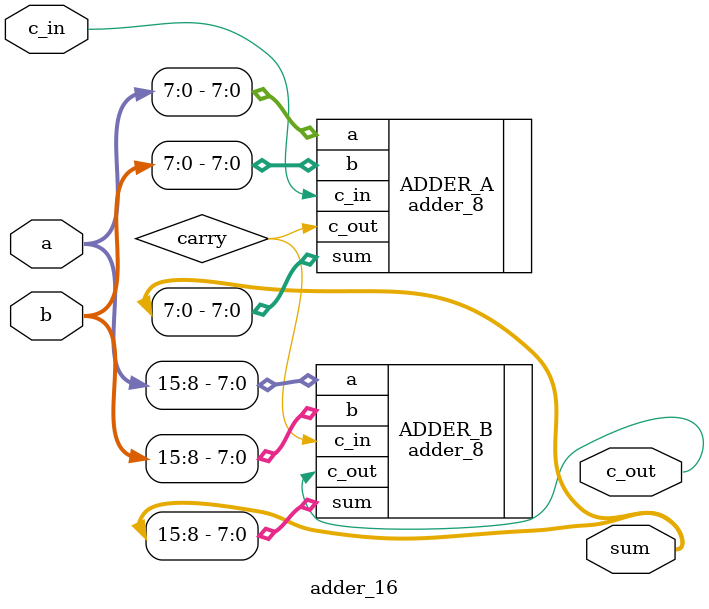
<source format=sv>
/*
  a 16 bit adder daisy chaining 2
  8 bit adders
*/

module adder_16(a, b, c_in, sum, c_out);

input  wire [15:0] a, b;
input wire c_in;
output logic [15:0] sum;
output logic c_out;

wire carry;

adder_8 ADDER_A(
  .a(a[7:0]),
  .b(b[7:0]),
  .c_in(c_in),
  .sum(sum[7:0]),
  .c_out(carry)
);

adder_8 ADDER_B(
  .a(a[15:8]),
  .b(b[15:8]),
  .c_in(carry),
  .sum(sum[15:8]),
  .c_out(c_out)
);


endmodule
</source>
